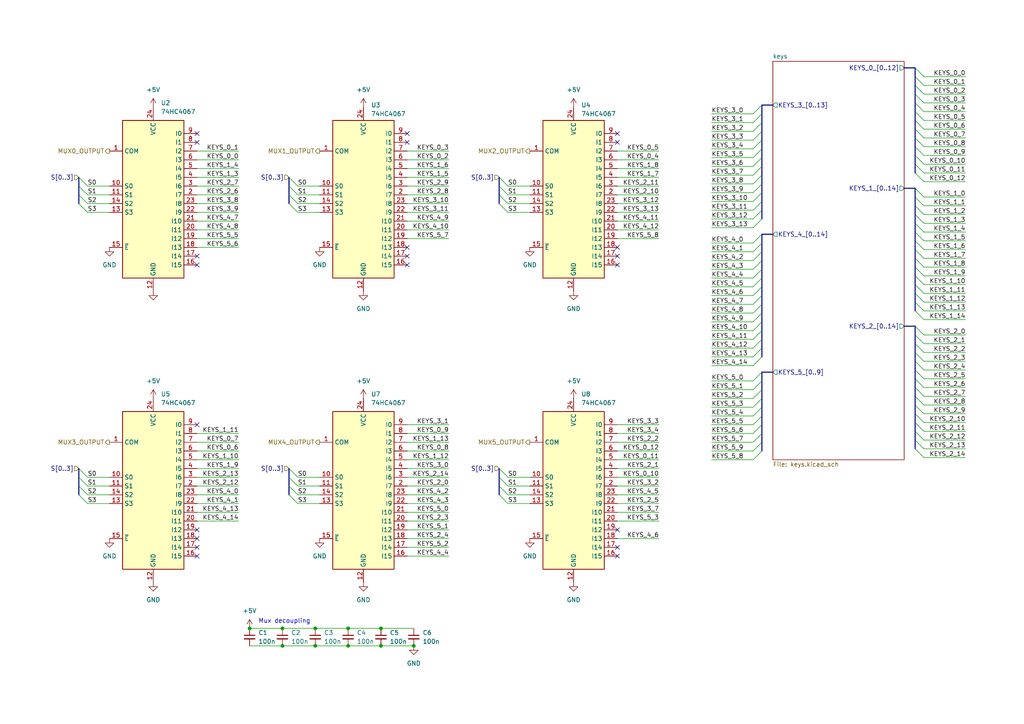
<source format=kicad_sch>
(kicad_sch (version 20230121) (generator eeschema)
  (paper "A4")
  (title_block (title "MoonBoard"))
  (lib_symbols
    (symbol "74xx:CD74HC4067M"
      (property "Reference" "U" (at -8.89 22.86 0))
      (property "Value" "CD74HC4067M" (at 1.27 22.86 0))
      (symbol "CD74HC4067M_0_1"
        (rectangle (start -8.89 21.59) (end 8.89 -24.13) (stroke (width 0.254)) (fill (type background)))
      )
      (symbol "CD74HC4067M_1_1"
        (pin passive line (at -12.7 12.7 0) (length 3.81) (name "COM") (number "1"))
        (pin input line (at -12.7 2.54 0) (length 3.81) (name "S0") (number "10"))
        (pin input line (at -12.7 0 0) (length 3.81) (name "S1") (number "11"))
        (pin power_in line (at 0 -27.94 90) (length 3.81) (name "GND") (number "12"))
        (pin input line (at -12.7 -5.08 0) (length 3.81) (name "S3") (number "13"))
        (pin input line (at -12.7 -2.54 0) (length 3.81) (name "S2") (number "14"))
        (pin input line (at -12.7 -15.24 0) (length 3.81) (name "~{E}") (number "15"))
        (pin passive line (at 12.7 -20.32 180) (length 3.81) (name "I15") (number "16"))
        (pin passive line (at 12.7 -17.78 180) (length 3.81) (name "I14") (number "17"))
        (pin passive line (at 12.7 -15.24 180) (length 3.81) (name "I13") (number "18"))
        (pin passive line (at 12.7 -12.7 180) (length 3.81) (name "I12") (number "19"))
        (pin passive line (at 12.7 0 180) (length 3.81) (name "I7") (number "2"))
        (pin passive line (at 12.7 -10.16 180) (length 3.81) (name "I11") (number "20"))
        (pin passive line (at 12.7 -7.62 180) (length 3.81) (name "I10") (number "21"))
        (pin passive line (at 12.7 -5.08 180) (length 3.81) (name "I9") (number "22"))
        (pin passive line (at 12.7 -2.54 180) (length 3.81) (name "I8") (number "23"))
        (pin power_in line (at 0 25.4 270) (length 3.81) (name "VCC") (number "24"))
        (pin passive line (at 12.7 2.54 180) (length 3.81) (name "I6") (number "3"))
        (pin passive line (at 12.7 5.08 180) (length 3.81) (name "I5") (number "4"))
        (pin passive line (at 12.7 7.62 180) (length 3.81) (name "I4") (number "5"))
        (pin passive line (at 12.7 10.16 180) (length 3.81) (name "I3") (number "6"))
        (pin passive line (at 12.7 12.7 180) (length 3.81) (name "I2") (number "7"))
        (pin passive line (at 12.7 15.24 180) (length 3.81) (name "I1") (number "8"))
        (pin passive line (at 12.7 17.78 180) (length 3.81) (name "I0") (number "9"))
      )
    )
    (symbol "Device:C_Small" (pin_numbers hide) (pin_names (offset 0.254) hide)
      (property "Reference" "C" (at 0.254 1.778 0))
      (property "Value" "C_Small" (at 0.254 -2.032 0))
      (symbol "C_Small_0_1"
        (polyline (pts (xy -1.524 -0.508) (xy 1.524 -0.508)) (stroke (width 0.3302)))
        (polyline (pts (xy -1.524 0.508) (xy 1.524 0.508)) (stroke (width 0.3048)))
      )
      (symbol "C_Small_1_1"
        (pin passive line (at 0 2.54 270) (length 2.032) (name "~") (number "1"))
        (pin passive line (at 0 -2.54 90) (length 2.032) (name "~") (number "2"))
      )
    )
    (symbol "power:+5V" (power) (pin_names (offset 0))
      (property "Value" "+5V" (at 0 3.556 0))
      (symbol "+5V_0_1"
        (polyline (pts (xy -0.762 1.27) (xy 0 2.54)))
        (polyline (pts (xy 0 0) (xy 0 2.54)))
        (polyline (pts (xy 0 2.54) (xy 0.762 1.27)))
      )
      (symbol "+5V_1_1"
        (pin power_in line (at 0 0 90) (length 0) hide (name "+5V") (number "1"))
      )
    )
    (symbol "power:GND" (power) (pin_names (offset 0))
      (property "Value" "GND" (at 0 -3.81 0))
      (symbol "GND_0_1"
        (polyline (pts (xy 0 0) (xy 0 -1.27) (xy 1.27 -1.27) (xy 0 -2.54) (xy -1.27 -1.27) (xy 0 -1.27)))
      )
      (symbol "GND_1_1"
        (pin power_in line (at 0 0 270) (length 0) hide (name "GND") (number "1"))
      )
    )
  )
  (junction (at 110.49 187.325))
  (junction (at 81.915 182.245))
  (junction (at 100.965 187.325))
  (junction (at 81.915 187.325))
  (junction (at 72.39 182.245))
  (junction (at 100.965 182.245))
  (junction (at 110.49 182.245))
  (junction (at 91.44 187.325))
  (junction (at 120.015 187.325))
  (junction (at 91.44 182.245))
  (no_connect (at 57.15 153.67))
  (no_connect (at 57.15 74.295))
  (no_connect (at 118.11 76.835))
  (no_connect (at 179.07 74.295))
  (no_connect (at 57.15 156.21))
  (no_connect (at 57.15 76.835))
  (no_connect (at 118.11 41.275))
  (no_connect (at 57.15 161.29))
  (no_connect (at 179.07 158.75))
  (no_connect (at 118.11 38.735))
  (no_connect (at 57.15 38.735))
  (no_connect (at 179.07 71.755))
  (no_connect (at 118.11 71.755))
  (no_connect (at 179.07 153.67))
  (no_connect (at 179.07 76.835))
  (no_connect (at 57.15 158.75))
  (no_connect (at 99.06 223.52))
  (no_connect (at 57.15 123.19))
  (no_connect (at 179.07 38.735))
  (no_connect (at 57.15 41.275))
  (no_connect (at 179.07 161.29))
  (no_connect (at 179.07 41.275))
  (no_connect (at 118.11 74.295))
  (bus_entry (at 267.97 34.925) (size -2.54 -2.54))
  (bus_entry (at 218.44 60.96) (size 2.54 -2.54))
  (bus_entry (at 218.44 48.26) (size 2.54 -2.54))
  (bus_entry (at 144.78 59.055) (size 2.54 2.54))
  (bus_entry (at 218.44 66.04) (size 2.54 -2.54))
  (bus_entry (at 144.78 143.51) (size 2.54 2.54))
  (bus_entry (at 83.82 143.51) (size 2.54 2.54))
  (bus_entry (at 218.44 43.18) (size 2.54 -2.54))
  (bus_entry (at 22.86 138.43) (size 2.54 2.54))
  (bus_entry (at 267.97 117.475) (size -2.54 -2.54))
  (bus_entry (at 267.97 127.635) (size -2.54 -2.54))
  (bus_entry (at 144.78 135.89) (size 2.54 2.54))
  (bus_entry (at 267.97 87.63) (size -2.54 -2.54))
  (bus_entry (at 267.97 82.55) (size -2.54 -2.54))
  (bus_entry (at 218.44 98.425) (size 2.54 -2.54))
  (bus_entry (at 267.97 122.555) (size -2.54 -2.54))
  (bus_entry (at 22.86 140.97) (size 2.54 2.54))
  (bus_entry (at 218.44 80.645) (size 2.54 -2.54))
  (bus_entry (at 267.97 99.695) (size -2.54 -2.54))
  (bus_entry (at 267.97 114.935) (size -2.54 -2.54))
  (bus_entry (at 83.82 135.89) (size 2.54 2.54))
  (bus_entry (at 267.97 64.77) (size -2.54 -2.54))
  (bus_entry (at 267.97 59.69) (size -2.54 -2.54))
  (bus_entry (at 144.78 138.43) (size 2.54 2.54))
  (bus_entry (at 83.82 56.515) (size 2.54 2.54))
  (bus_entry (at 218.44 93.345) (size 2.54 -2.54))
  (bus_entry (at 218.44 115.57) (size 2.54 -2.54))
  (bus_entry (at 267.97 107.315) (size -2.54 -2.54))
  (bus_entry (at 267.97 97.155) (size -2.54 -2.54))
  (bus_entry (at 218.44 133.35) (size 2.54 -2.54))
  (bus_entry (at 218.44 120.65) (size 2.54 -2.54))
  (bus_entry (at 267.97 40.005) (size -2.54 -2.54))
  (bus_entry (at 218.44 83.185) (size 2.54 -2.54))
  (bus_entry (at 144.78 140.97) (size 2.54 2.54))
  (bus_entry (at 267.97 24.765) (size -2.54 -2.54))
  (bus_entry (at 218.44 58.42) (size 2.54 -2.54))
  (bus_entry (at 22.86 59.055) (size 2.54 2.54))
  (bus_entry (at 267.97 125.095) (size -2.54 -2.54))
  (bus_entry (at 218.44 113.03) (size 2.54 -2.54))
  (bus_entry (at 267.97 109.855) (size -2.54 -2.54))
  (bus_entry (at 218.44 85.725) (size 2.54 -2.54))
  (bus_entry (at 267.97 32.385) (size -2.54 -2.54))
  (bus_entry (at 267.97 102.235) (size -2.54 -2.54))
  (bus_entry (at 83.82 138.43) (size 2.54 2.54))
  (bus_entry (at 218.44 73.025) (size 2.54 -2.54))
  (bus_entry (at 22.86 143.51) (size 2.54 2.54))
  (bus_entry (at 22.86 53.975) (size 2.54 2.54))
  (bus_entry (at 83.82 53.975) (size 2.54 2.54))
  (bus_entry (at 267.97 104.775) (size -2.54 -2.54))
  (bus_entry (at 267.97 130.175) (size -2.54 -2.54))
  (bus_entry (at 218.44 130.81) (size 2.54 -2.54))
  (bus_entry (at 22.86 51.435) (size 2.54 2.54))
  (bus_entry (at 267.97 77.47) (size -2.54 -2.54))
  (bus_entry (at 267.97 22.225) (size -2.54 -2.54))
  (bus_entry (at 218.44 88.265) (size 2.54 -2.54))
  (bus_entry (at 267.97 62.23) (size -2.54 -2.54))
  (bus_entry (at 218.44 110.49) (size 2.54 -2.54))
  (bus_entry (at 218.44 128.27) (size 2.54 -2.54))
  (bus_entry (at 267.97 112.395) (size -2.54 -2.54))
  (bus_entry (at 218.44 53.34) (size 2.54 -2.54))
  (bus_entry (at 267.97 50.165) (size -2.54 -2.54))
  (bus_entry (at 267.97 57.15) (size -2.54 -2.54))
  (bus_entry (at 267.97 37.465) (size -2.54 -2.54))
  (bus_entry (at 267.97 27.305) (size -2.54 -2.54))
  (bus_entry (at 83.82 140.97) (size 2.54 2.54))
  (bus_entry (at 218.44 78.105) (size 2.54 -2.54))
  (bus_entry (at 218.44 95.885) (size 2.54 -2.54))
  (bus_entry (at 218.44 70.485) (size 2.54 -2.54))
  (bus_entry (at 267.97 90.17) (size -2.54 -2.54))
  (bus_entry (at 144.78 56.515) (size 2.54 2.54))
  (bus_entry (at 144.78 51.435) (size 2.54 2.54))
  (bus_entry (at 267.97 72.39) (size -2.54 -2.54))
  (bus_entry (at 218.44 100.965) (size 2.54 -2.54))
  (bus_entry (at 267.97 85.09) (size -2.54 -2.54))
  (bus_entry (at 218.44 90.805) (size 2.54 -2.54))
  (bus_entry (at 267.97 74.93) (size -2.54 -2.54))
  (bus_entry (at 267.97 67.31) (size -2.54 -2.54))
  (bus_entry (at 83.82 59.055) (size 2.54 2.54))
  (bus_entry (at 218.44 75.565) (size 2.54 -2.54))
  (bus_entry (at 218.44 38.1) (size 2.54 -2.54))
  (bus_entry (at 218.44 55.88) (size 2.54 -2.54))
  (bus_entry (at 218.44 103.505) (size 2.54 -2.54))
  (bus_entry (at 218.44 35.56) (size 2.54 -2.54))
  (bus_entry (at 218.44 33.02) (size 2.54 -2.54))
  (bus_entry (at 267.97 80.01) (size -2.54 -2.54))
  (bus_entry (at 267.97 69.85) (size -2.54 -2.54))
  (bus_entry (at 218.44 63.5) (size 2.54 -2.54))
  (bus_entry (at 267.97 120.015) (size -2.54 -2.54))
  (bus_entry (at 22.86 135.89) (size 2.54 2.54))
  (bus_entry (at 218.44 50.8) (size 2.54 -2.54))
  (bus_entry (at 218.44 123.19) (size 2.54 -2.54))
  (bus_entry (at 218.44 125.73) (size 2.54 -2.54))
  (bus_entry (at 267.97 45.085) (size -2.54 -2.54))
  (bus_entry (at 267.97 47.625) (size -2.54 -2.54))
  (bus_entry (at 267.97 52.705) (size -2.54 -2.54))
  (bus_entry (at 267.97 29.845) (size -2.54 -2.54))
  (bus_entry (at 267.97 92.71) (size -2.54 -2.54))
  (bus_entry (at 218.44 40.64) (size 2.54 -2.54))
  (bus_entry (at 218.44 45.72) (size 2.54 -2.54))
  (bus_entry (at 267.97 132.715) (size -2.54 -2.54))
  (bus_entry (at 218.44 118.11) (size 2.54 -2.54))
  (bus_entry (at 267.97 42.545) (size -2.54 -2.54))
  (bus_entry (at 218.44 106.045) (size 2.54 -2.54))
  (bus_entry (at 83.82 51.435) (size 2.54 2.54))
  (bus_entry (at 144.78 53.975) (size 2.54 2.54))
  (bus_entry (at 22.86 56.515) (size 2.54 2.54))
  (wire (pts (xy 57.15 146.05) (xy 69.215 146.05)))
  (bus (pts (xy 220.98 40.64) (xy 220.98 43.18)))
  (bus (pts (xy 220.98 90.805) (xy 220.98 93.345)))
  (bus (pts (xy 262.255 54.61) (xy 265.43 54.61)))
  (bus (pts (xy 265.43 122.555) (xy 265.43 125.095)))
  (wire (pts (xy 86.36 53.975) (xy 92.71 53.975)))
  (wire (pts (xy 218.44 45.72) (xy 206.375 45.72)))
  (wire (pts (xy 57.15 53.975) (xy 69.215 53.975)))
  (wire (pts (xy 118.11 53.975) (xy 130.175 53.975)))
  (wire (pts (xy 57.15 48.895) (xy 69.215 48.895)))
  (wire (pts (xy 191.135 130.81) (xy 179.07 130.81)))
  (wire (pts (xy 218.44 103.505) (xy 206.375 103.505)))
  (bus (pts (xy 265.43 34.925) (xy 265.43 37.465)))
  (wire (pts (xy 118.11 161.29) (xy 130.175 161.29)))
  (wire (pts (xy 25.4 143.51) (xy 31.75 143.51)))
  (wire (pts (xy 267.97 85.09) (xy 280.035 85.09)))
  (bus (pts (xy 220.98 43.18) (xy 220.98 45.72)))
  (wire (pts (xy 130.175 69.215) (xy 118.11 69.215)))
  (wire (pts (xy 191.135 53.975) (xy 179.07 53.975)))
  (wire (pts (xy 218.44 60.96) (xy 206.375 60.96)))
  (wire (pts (xy 218.44 83.185) (xy 206.375 83.185)))
  (bus (pts (xy 220.98 67.945) (xy 224.155 67.945)))
  (wire (pts (xy 147.32 140.97) (xy 153.67 140.97)))
  (bus (pts (xy 22.86 140.97) (xy 22.86 143.51)))
  (wire (pts (xy 147.32 53.975) (xy 153.67 53.975)))
  (bus (pts (xy 220.98 53.34) (xy 220.98 55.88)))
  (wire (pts (xy 267.97 50.165) (xy 280.035 50.165)))
  (bus (pts (xy 220.98 48.26) (xy 220.98 50.8)))
  (wire (pts (xy 267.97 74.93) (xy 280.035 74.93)))
  (bus (pts (xy 220.98 120.65) (xy 220.98 123.19)))
  (bus (pts (xy 265.43 87.63) (xy 265.43 90.17)))
  (wire (pts (xy 69.215 61.595) (xy 57.15 61.595)))
  (wire (pts (xy 69.215 69.215) (xy 57.15 69.215)))
  (wire (pts (xy 218.44 95.885) (xy 206.375 95.885)))
  (wire (pts (xy 118.11 153.67) (xy 130.175 153.67)))
  (wire (pts (xy 267.97 42.545) (xy 280.035 42.545)))
  (bus (pts (xy 265.43 59.69) (xy 265.43 62.23)))
  (wire (pts (xy 72.39 182.245) (xy 81.915 182.245)))
  (wire (pts (xy 57.15 140.97) (xy 69.215 140.97)))
  (bus (pts (xy 144.78 140.97) (xy 144.78 143.51)))
  (wire (pts (xy 218.44 43.18) (xy 206.375 43.18)))
  (wire (pts (xy 179.07 64.135) (xy 191.135 64.135)))
  (bus (pts (xy 144.78 138.43) (xy 144.78 140.97)))
  (wire (pts (xy 86.36 61.595) (xy 92.71 61.595)))
  (wire (pts (xy 25.4 146.05) (xy 31.75 146.05)))
  (wire (pts (xy 147.32 59.055) (xy 153.67 59.055)))
  (wire (pts (xy 118.11 48.895) (xy 130.175 48.895)))
  (wire (pts (xy 179.07 148.59) (xy 191.135 148.59)))
  (wire (pts (xy 86.36 59.055) (xy 92.71 59.055)))
  (bus (pts (xy 265.43 80.01) (xy 265.43 82.55)))
  (wire (pts (xy 118.11 130.81) (xy 130.175 130.81)))
  (wire (pts (xy 280.035 57.15) (xy 267.97 57.15)))
  (wire (pts (xy 267.97 52.705) (xy 280.035 52.705)))
  (wire (pts (xy 218.44 93.345) (xy 206.375 93.345)))
  (wire (pts (xy 280.035 59.69) (xy 267.97 59.69)))
  (wire (pts (xy 280.035 34.925) (xy 267.97 34.925)))
  (wire (pts (xy 118.11 143.51) (xy 130.175 143.51)))
  (wire (pts (xy 218.44 88.265) (xy 206.375 88.265)))
  (wire (pts (xy 81.915 187.325) (xy 91.44 187.325)))
  (bus (pts (xy 220.98 93.345) (xy 220.98 95.885)))
  (wire (pts (xy 110.49 182.245) (xy 120.015 182.245)))
  (wire (pts (xy 118.11 158.75) (xy 130.175 158.75)))
  (bus (pts (xy 22.86 51.435) (xy 22.86 53.975)))
  (bus (pts (xy 220.98 125.73) (xy 220.98 128.27)))
  (bus (pts (xy 265.43 127.635) (xy 265.43 130.175)))
  (wire (pts (xy 218.44 66.04) (xy 206.375 66.04)))
  (wire (pts (xy 191.135 146.05) (xy 179.07 146.05)))
  (bus (pts (xy 265.43 22.225) (xy 265.43 24.765)))
  (wire (pts (xy 57.15 51.435) (xy 69.215 51.435)))
  (wire (pts (xy 267.97 114.935) (xy 280.035 114.935)))
  (wire (pts (xy 218.44 133.35) (xy 206.375 133.35)))
  (wire (pts (xy 267.97 82.55) (xy 280.035 82.55)))
  (bus (pts (xy 22.86 53.975) (xy 22.86 56.515)))
  (wire (pts (xy 57.15 138.43) (xy 69.215 138.43)))
  (wire (pts (xy 267.97 120.015) (xy 280.035 120.015)))
  (wire (pts (xy 191.135 51.435) (xy 179.07 51.435)))
  (wire (pts (xy 130.175 61.595) (xy 118.11 61.595)))
  (wire (pts (xy 267.97 32.385) (xy 280.035 32.385)))
  (wire (pts (xy 218.44 118.11) (xy 206.375 118.11)))
  (wire (pts (xy 118.11 125.73) (xy 130.175 125.73)))
  (wire (pts (xy 267.97 130.175) (xy 280.035 130.175)))
  (wire (pts (xy 218.44 48.26) (xy 206.375 48.26)))
  (wire (pts (xy 25.4 56.515) (xy 31.75 56.515)))
  (wire (pts (xy 218.44 98.425) (xy 206.375 98.425)))
  (wire (pts (xy 118.11 140.97) (xy 130.175 140.97)))
  (wire (pts (xy 218.44 85.725) (xy 206.375 85.725)))
  (wire (pts (xy 86.36 140.97) (xy 92.71 140.97)))
  (wire (pts (xy 179.07 140.97) (xy 191.135 140.97)))
  (bus (pts (xy 262.255 94.615) (xy 265.43 94.615)))
  (wire (pts (xy 267.97 69.85) (xy 280.035 69.85)))
  (wire (pts (xy 25.4 59.055) (xy 31.75 59.055)))
  (wire (pts (xy 25.4 140.97) (xy 31.75 140.97)))
  (wire (pts (xy 206.375 110.49) (xy 218.44 110.49)))
  (wire (pts (xy 179.07 143.51) (xy 191.135 143.51)))
  (wire (pts (xy 267.97 122.555) (xy 280.035 122.555)))
  (bus (pts (xy 220.98 123.19) (xy 220.98 125.73)))
  (wire (pts (xy 191.135 46.355) (xy 179.07 46.355)))
  (bus (pts (xy 220.98 98.425) (xy 220.98 100.965)))
  (bus (pts (xy 265.43 19.685) (xy 265.43 22.225)))
  (bus (pts (xy 265.43 74.93) (xy 265.43 77.47)))
  (bus (pts (xy 220.98 110.49) (xy 220.98 113.03)))
  (wire (pts (xy 267.97 104.775) (xy 280.035 104.775)))
  (bus (pts (xy 83.82 51.435) (xy 83.82 53.975)))
  (wire (pts (xy 81.915 182.245) (xy 91.44 182.245)))
  (wire (pts (xy 206.375 113.03) (xy 218.44 113.03)))
  (bus (pts (xy 265.43 69.85) (xy 265.43 72.39)))
  (wire (pts (xy 218.44 106.045) (xy 206.375 106.045)))
  (wire (pts (xy 206.375 33.02) (xy 218.44 33.02)))
  (wire (pts (xy 130.175 123.19) (xy 118.11 123.19)))
  (wire (pts (xy 218.44 128.27) (xy 206.375 128.27)))
  (bus (pts (xy 265.43 97.155) (xy 265.43 99.695)))
  (wire (pts (xy 267.97 112.395) (xy 280.035 112.395)))
  (wire (pts (xy 86.36 143.51) (xy 92.71 143.51)))
  (bus (pts (xy 265.43 45.085) (xy 265.43 47.625)))
  (bus (pts (xy 220.98 67.945) (xy 220.98 70.485)))
  (bus (pts (xy 83.82 56.515) (xy 83.82 59.055)))
  (bus (pts (xy 83.82 140.97) (xy 83.82 143.51)))
  (bus (pts (xy 22.86 56.515) (xy 22.86 59.055)))
  (wire (pts (xy 218.44 123.19) (xy 206.375 123.19)))
  (wire (pts (xy 25.4 53.975) (xy 31.75 53.975)))
  (wire (pts (xy 130.175 135.89) (xy 118.11 135.89)))
  (bus (pts (xy 220.98 33.02) (xy 220.98 35.56)))
  (wire (pts (xy 267.97 72.39) (xy 280.035 72.39)))
  (bus (pts (xy 220.98 88.265) (xy 220.98 90.805)))
  (wire (pts (xy 280.035 97.155) (xy 267.97 97.155)))
  (wire (pts (xy 130.175 66.675) (xy 118.11 66.675)))
  (wire (pts (xy 206.375 35.56) (xy 218.44 35.56)))
  (wire (pts (xy 130.175 46.355) (xy 118.11 46.355)))
  (bus (pts (xy 265.43 42.545) (xy 265.43 45.085)))
  (wire (pts (xy 267.97 125.095) (xy 280.035 125.095)))
  (wire (pts (xy 179.07 66.675) (xy 191.135 66.675)))
  (bus (pts (xy 144.78 53.975) (xy 144.78 56.515)))
  (wire (pts (xy 147.32 143.51) (xy 153.67 143.51)))
  (wire (pts (xy 280.035 22.225) (xy 267.97 22.225)))
  (wire (pts (xy 267.97 37.465) (xy 280.035 37.465)))
  (bus (pts (xy 262.255 19.685) (xy 265.43 19.685)))
  (wire (pts (xy 191.135 138.43) (xy 179.07 138.43)))
  (wire (pts (xy 91.44 182.245) (xy 100.965 182.245)))
  (bus (pts (xy 144.78 56.515) (xy 144.78 59.055)))
  (wire (pts (xy 69.215 43.815) (xy 57.15 43.815)))
  (bus (pts (xy 83.82 135.89) (xy 83.82 138.43)))
  (wire (pts (xy 218.44 80.645) (xy 206.375 80.645)))
  (wire (pts (xy 69.215 71.755) (xy 57.15 71.755)))
  (bus (pts (xy 220.98 80.645) (xy 220.98 83.185)))
  (wire (pts (xy 267.97 132.715) (xy 280.035 132.715)))
  (wire (pts (xy 206.375 70.485) (xy 218.44 70.485)))
  (bus (pts (xy 265.43 64.77) (xy 265.43 67.31)))
  (bus (pts (xy 220.98 45.72) (xy 220.98 48.26)))
  (wire (pts (xy 100.965 182.245) (xy 110.49 182.245)))
  (wire (pts (xy 25.4 61.595) (xy 31.75 61.595)))
  (wire (pts (xy 91.44 187.325) (xy 100.965 187.325)))
  (wire (pts (xy 118.11 138.43) (xy 130.175 138.43)))
  (wire (pts (xy 191.135 48.895) (xy 179.07 48.895)))
  (wire (pts (xy 191.135 43.815) (xy 179.07 43.815)))
  (bus (pts (xy 265.43 102.235) (xy 265.43 104.775)))
  (bus (pts (xy 265.43 114.935) (xy 265.43 117.475)))
  (bus (pts (xy 220.98 83.185) (xy 220.98 85.725)))
  (wire (pts (xy 191.135 56.515) (xy 179.07 56.515)))
  (wire (pts (xy 267.97 45.085) (xy 280.035 45.085)))
  (wire (pts (xy 118.11 156.21) (xy 130.175 156.21)))
  (bus (pts (xy 265.43 47.625) (xy 265.43 50.165)))
  (bus (pts (xy 265.43 72.39) (xy 265.43 74.93)))
  (wire (pts (xy 179.07 61.595) (xy 191.135 61.595)))
  (wire (pts (xy 206.375 38.1) (xy 218.44 38.1)))
  (bus (pts (xy 265.43 54.61) (xy 265.43 57.15)))
  (bus (pts (xy 144.78 135.89) (xy 144.78 138.43)))
  (wire (pts (xy 267.97 47.625) (xy 280.035 47.625)))
  (wire (pts (xy 57.15 128.27) (xy 69.215 128.27)))
  (wire (pts (xy 25.4 138.43) (xy 31.75 138.43)))
  (bus (pts (xy 83.82 53.975) (xy 83.82 56.515)))
  (bus (pts (xy 220.98 30.48) (xy 220.98 33.02)))
  (bus (pts (xy 220.98 115.57) (xy 220.98 118.11)))
  (bus (pts (xy 220.98 55.88) (xy 220.98 58.42)))
  (wire (pts (xy 147.32 56.515) (xy 153.67 56.515)))
  (bus (pts (xy 265.43 27.305) (xy 265.43 29.845)))
  (wire (pts (xy 267.97 64.77) (xy 280.035 64.77)))
  (wire (pts (xy 57.15 151.13) (xy 69.215 151.13)))
  (wire (pts (xy 86.36 56.515) (xy 92.71 56.515)))
  (wire (pts (xy 267.97 92.71) (xy 280.035 92.71)))
  (wire (pts (xy 118.11 56.515) (xy 130.175 56.515)))
  (wire (pts (xy 280.035 24.765) (xy 267.97 24.765)))
  (wire (pts (xy 267.97 127.635) (xy 280.035 127.635)))
  (bus (pts (xy 220.98 118.11) (xy 220.98 120.65)))
  (bus (pts (xy 220.98 38.1) (xy 220.98 40.64)))
  (bus (pts (xy 265.43 117.475) (xy 265.43 120.015)))
  (wire (pts (xy 267.97 40.005) (xy 280.035 40.005)))
  (wire (pts (xy 57.15 56.515) (xy 69.215 56.515)))
  (bus (pts (xy 265.43 40.005) (xy 265.43 42.545)))
  (wire (pts (xy 191.135 123.19) (xy 179.07 123.19)))
  (bus (pts (xy 220.98 100.965) (xy 220.98 103.505)))
  (wire (pts (xy 218.44 78.105) (xy 206.375 78.105)))
  (wire (pts (xy 100.965 187.325) (xy 110.49 187.325)))
  (wire (pts (xy 130.175 64.135) (xy 118.11 64.135)))
  (wire (pts (xy 118.11 148.59) (xy 130.175 148.59)))
  (wire (pts (xy 267.97 90.17) (xy 280.035 90.17)))
  (bus (pts (xy 220.98 95.885) (xy 220.98 98.425)))
  (wire (pts (xy 280.035 27.305) (xy 267.97 27.305)))
  (wire (pts (xy 179.07 135.89) (xy 191.135 135.89)))
  (wire (pts (xy 191.135 128.27) (xy 179.07 128.27)))
  (bus (pts (xy 220.98 85.725) (xy 220.98 88.265)))
  (wire (pts (xy 57.15 148.59) (xy 69.215 148.59)))
  (bus (pts (xy 265.43 37.465) (xy 265.43 40.005)))
  (bus (pts (xy 220.98 107.95) (xy 220.98 110.49)))
  (bus (pts (xy 265.43 94.615) (xy 265.43 97.155)))
  (bus (pts (xy 22.86 138.43) (xy 22.86 140.97)))
  (bus (pts (xy 265.43 125.095) (xy 265.43 127.635)))
  (wire (pts (xy 206.375 115.57) (xy 218.44 115.57)))
  (wire (pts (xy 206.375 75.565) (xy 218.44 75.565)))
  (wire (pts (xy 118.11 146.05) (xy 130.175 146.05)))
  (wire (pts (xy 267.97 109.855) (xy 280.035 109.855)))
  (bus (pts (xy 265.43 24.765) (xy 265.43 27.305)))
  (wire (pts (xy 69.215 135.89) (xy 57.15 135.89)))
  (bus (pts (xy 265.43 99.695) (xy 265.43 102.235)))
  (bus (pts (xy 265.43 29.845) (xy 265.43 32.385)))
  (wire (pts (xy 57.15 130.81) (xy 69.215 130.81)))
  (wire (pts (xy 267.97 87.63) (xy 280.035 87.63)))
  (wire (pts (xy 267.97 29.845) (xy 280.035 29.845)))
  (wire (pts (xy 267.97 117.475) (xy 280.035 117.475)))
  (wire (pts (xy 218.44 125.73) (xy 206.375 125.73)))
  (wire (pts (xy 218.44 53.34) (xy 206.375 53.34)))
  (bus (pts (xy 265.43 77.47) (xy 265.43 80.01)))
  (wire (pts (xy 218.44 63.5) (xy 206.375 63.5)))
  (bus (pts (xy 220.98 75.565) (xy 220.98 78.105)))
  (wire (pts (xy 179.07 151.13) (xy 191.135 151.13)))
  (wire (pts (xy 267.97 77.47) (xy 280.035 77.47)))
  (wire (pts (xy 218.44 120.65) (xy 206.375 120.65)))
  (bus (pts (xy 83.82 138.43) (xy 83.82 140.97)))
  (wire (pts (xy 179.07 59.055) (xy 191.135 59.055)))
  (wire (pts (xy 280.035 102.235) (xy 267.97 102.235)))
  (wire (pts (xy 118.11 43.815) (xy 130.175 43.815)))
  (bus (pts (xy 265.43 120.015) (xy 265.43 122.555)))
  (wire (pts (xy 147.32 138.43) (xy 153.67 138.43)))
  (bus (pts (xy 220.98 70.485) (xy 220.98 73.025)))
  (wire (pts (xy 206.375 73.025) (xy 218.44 73.025)))
  (bus (pts (xy 265.43 57.15) (xy 265.43 59.69)))
  (bus (pts (xy 22.86 135.89) (xy 22.86 138.43)))
  (bus (pts (xy 220.98 50.8) (xy 220.98 53.34)))
  (bus (pts (xy 220.98 107.95) (xy 224.155 107.95)))
  (bus (pts (xy 220.98 58.42) (xy 220.98 60.96)))
  (bus (pts (xy 220.98 128.27) (xy 220.98 130.81)))
  (wire (pts (xy 218.44 100.965) (xy 206.375 100.965)))
  (wire (pts (xy 69.215 66.675) (xy 57.15 66.675)))
  (bus (pts (xy 265.43 85.09) (xy 265.43 87.63)))
  (wire (pts (xy 267.97 67.31) (xy 280.035 67.31)))
  (bus (pts (xy 144.78 51.435) (xy 144.78 53.975)))
  (bus (pts (xy 265.43 109.855) (xy 265.43 112.395)))
  (bus (pts (xy 265.43 62.23) (xy 265.43 64.77)))
  (wire (pts (xy 69.215 46.355) (xy 57.15 46.355)))
  (bus (pts (xy 265.43 82.55) (xy 265.43 85.09)))
  (wire (pts (xy 147.32 146.05) (xy 153.67 146.05)))
  (bus (pts (xy 220.98 73.025) (xy 220.98 75.565)))
  (wire (pts (xy 179.07 69.215) (xy 191.135 69.215)))
  (wire (pts (xy 267.97 80.01) (xy 280.035 80.01)))
  (wire (pts (xy 218.44 90.805) (xy 206.375 90.805)))
  (wire (pts (xy 191.135 125.73) (xy 179.07 125.73)))
  (bus (pts (xy 220.98 113.03) (xy 220.98 115.57)))
  (bus (pts (xy 220.98 78.105) (xy 220.98 80.645)))
  (wire (pts (xy 218.44 40.64) (xy 206.375 40.64)))
  (bus (pts (xy 265.43 104.775) (xy 265.43 107.315)))
  (wire (pts (xy 280.035 99.695) (xy 267.97 99.695)))
  (bus (pts (xy 220.98 35.56) (xy 220.98 38.1)))
  (wire (pts (xy 72.39 187.325) (xy 81.915 187.325)))
  (wire (pts (xy 86.36 138.43) (xy 92.71 138.43)))
  (bus (pts (xy 220.98 60.96) (xy 220.98 63.5)))
  (wire (pts (xy 69.215 64.135) (xy 57.15 64.135)))
  (wire (pts (xy 69.215 133.35) (xy 57.15 133.35)))
  (wire (pts (xy 280.035 62.23) (xy 267.97 62.23)))
  (bus (pts (xy 265.43 112.395) (xy 265.43 114.935)))
  (wire (pts (xy 191.135 156.21) (xy 179.07 156.21)))
  (wire (pts (xy 218.44 50.8) (xy 206.375 50.8)))
  (bus (pts (xy 265.43 107.315) (xy 265.43 109.855)))
  (wire (pts (xy 118.11 128.27) (xy 130.175 128.27)))
  (wire (pts (xy 69.215 59.055) (xy 57.15 59.055)))
  (wire (pts (xy 57.15 125.73) (xy 69.215 125.73)))
  (bus (pts (xy 265.43 32.385) (xy 265.43 34.925)))
  (wire (pts (xy 110.49 187.325) (xy 120.015 187.325)))
  (bus (pts (xy 220.98 30.48) (xy 224.155 30.48)))
  (wire (pts (xy 218.44 58.42) (xy 206.375 58.42)))
  (wire (pts (xy 218.44 130.81) (xy 206.375 130.81)))
  (wire (pts (xy 147.32 61.595) (xy 153.67 61.595)))
  (wire (pts (xy 218.44 55.88) (xy 206.375 55.88)))
  (bus (pts (xy 265.43 67.31) (xy 265.43 69.85)))
  (wire (pts (xy 118.11 51.435) (xy 130.175 51.435)))
  (wire (pts (xy 191.135 133.35) (xy 179.07 133.35)))
  (wire (pts (xy 57.15 143.51) (xy 69.215 143.51)))
  (wire (pts (xy 118.11 133.35) (xy 130.175 133.35)))
  (wire (pts (xy 130.175 59.055) (xy 118.11 59.055)))
  (wire (pts (xy 267.97 107.315) (xy 280.035 107.315)))
  (wire (pts (xy 118.11 151.13) (xy 130.175 151.13)))
  (wire (pts (xy 86.36 146.05) (xy 92.71 146.05)))
  (text "Mux decoupling" (at 74.93 180.975 0) (effects (font (size 1.27 1.27)) (justify left bottom)))
  (label "KEYS_5_8" (at 206.375 133.35 0))
  (label "KEYS_0_8" (at 280.035 42.545 180))
  (label "KEYS_3_4" (at 206.375 43.18 0))
  (label "KEYS_3_1" (at 206.375 35.56 0))
  (label "KEYS_3_7" (at 191.135 148.59 180))
  (label "KEYS_5_0" (at 206.375 110.49 0))
  (label "KEYS_1_4" (at 69.215 48.895 180))
  (label "KEYS_5_9" (at 206.375 130.81 0))
  (label "KEYS_2_7" (at 280.035 114.935 180))
  (label "KEYS_0_7" (at 280.035 40.005 180))
  (label "KEYS_2_10" (at 191.135 56.515 180))
  (label "KEYS_4_10" (at 206.375 95.885 0))
  (label "KEYS_3_13" (at 206.375 66.04 0))
  (label "S0" (at 25.4 53.975 0))
  (label "KEYS_4_14" (at 69.215 151.13 180))
  (label "KEYS_4_12" (at 191.135 66.675 180))
  (label "KEYS_3_1" (at 130.175 123.19 180))
  (label "KEYS_0_10" (at 191.135 138.43 180))
  (label "KEYS_0_5" (at 191.135 43.815 180))
  (label "KEYS_3_9" (at 69.215 61.595 180))
  (label "KEYS_0_2" (at 280.035 27.305 180))
  (label "S3" (at 147.32 146.05 0))
  (label "KEYS_0_9" (at 280.035 45.085 180))
  (label "KEYS_0_10" (at 280.035 47.625 180))
  (label "S0" (at 147.32 53.975 0))
  (label "KEYS_4_2" (at 130.175 143.51 180))
  (label "KEYS_2_13" (at 69.215 138.43 180))
  (label "KEYS_5_5" (at 69.215 69.215 180))
  (label "KEYS_3_10" (at 130.175 59.055 180))
  (label "KEYS_3_4" (at 191.135 125.73 180))
  (label "KEYS_4_9" (at 130.175 64.135 180))
  (label "KEYS_0_6" (at 69.215 130.81 180))
  (label "KEYS_2_0" (at 130.175 140.97 180))
  (label "KEYS_2_11" (at 191.135 53.975 180))
  (label "KEYS_0_12" (at 280.035 52.705 180))
  (label "S1" (at 25.4 56.515 0))
  (label "KEYS_2_14" (at 130.175 138.43 180))
  (label "KEYS_5_3" (at 206.375 118.11 0))
  (label "KEYS_3_2" (at 206.375 38.1 0))
  (label "KEYS_1_5" (at 130.175 51.435 180))
  (label "KEYS_4_1" (at 206.375 73.025 0))
  (label "KEYS_1_7" (at 280.035 74.93 180))
  (label "KEYS_3_0" (at 206.375 33.02 0))
  (label "S3" (at 25.4 61.595 0))
  (label "KEYS_5_6" (at 69.215 71.755 180))
  (label "KEYS_2_12" (at 280.035 127.635 180))
  (label "KEYS_1_4" (at 280.035 67.31 180))
  (label "KEYS_0_8" (at 130.175 130.81 180))
  (label "KEYS_3_7" (at 206.375 50.8 0))
  (label "KEYS_5_0" (at 130.175 148.59 180))
  (label "KEYS_3_11" (at 130.175 61.595 180))
  (label "KEYS_4_3" (at 206.375 78.105 0))
  (label "KEYS_4_2" (at 206.375 75.565 0))
  (label "KEYS_4_8" (at 206.375 90.805 0))
  (label "KEYS_4_4" (at 206.375 80.645 0))
  (label "S2" (at 147.32 143.51 0))
  (label "KEYS_1_6" (at 130.175 48.895 180))
  (label "KEYS_2_11" (at 280.035 125.095 180))
  (label "KEYS_3_5" (at 206.375 45.72 0))
  (label "KEYS_4_6" (at 206.375 85.725 0))
  (label "KEYS_2_3" (at 280.035 104.775 180))
  (label "S2" (at 25.4 143.51 0))
  (label "S1" (at 86.36 56.515 0))
  (label "KEYS_4_0" (at 69.215 143.51 180))
  (label "S3" (at 25.4 146.05 0))
  (label "KEYS_1_10" (at 69.215 133.35 180))
  (label "S1" (at 147.32 56.515 0))
  (label "KEYS_2_14" (at 280.035 132.715 180))
  (label "KEYS_4_11" (at 191.135 64.135 180))
  (label "S0" (at 86.36 138.43 0))
  (label "KEYS_0_4" (at 280.035 32.385 180))
  (label "KEYS_1_12" (at 130.175 133.35 180))
  (label "KEYS_1_7" (at 191.135 51.435 180))
  (label "KEYS_0_7" (at 69.215 128.27 180))
  (label "KEYS_3_11" (at 206.375 60.96 0))
  (label "S1" (at 86.36 140.97 0))
  (label "KEYS_3_0" (at 130.175 135.89 180))
  (label "KEYS_4_5" (at 191.135 143.51 180))
  (label "KEYS_3_9" (at 206.375 55.88 0))
  (label "KEYS_0_0" (at 280.035 22.225 180))
  (label "KEYS_5_2" (at 130.175 158.75 180))
  (label "KEYS_5_2" (at 206.375 115.57 0))
  (label "KEYS_4_7" (at 69.215 64.135 180))
  (label "KEYS_2_5" (at 280.035 109.855 180))
  (label "KEYS_4_7" (at 206.375 88.265 0))
  (label "KEYS_1_3" (at 280.035 64.77 180))
  (label "KEYS_5_8" (at 191.135 69.215 180))
  (label "KEYS_2_12" (at 69.215 140.97 180))
  (label "KEYS_1_6" (at 280.035 72.39 180))
  (label "KEYS_4_13" (at 69.215 148.59 180))
  (label "KEYS_3_2" (at 191.135 140.97 180))
  (label "KEYS_2_0" (at 280.035 97.155 180))
  (label "KEYS_1_10" (at 280.035 82.55 180))
  (label "KEYS_0_0" (at 69.215 46.355 180))
  (label "KEYS_2_9" (at 280.035 120.015 180))
  (label "KEYS_4_14" (at 206.375 106.045 0))
  (label "KEYS_2_13" (at 280.035 130.175 180))
  (label "KEYS_1_8" (at 280.035 77.47 180))
  (label "KEYS_0_4" (at 191.135 46.355 180))
  (label "KEYS_5_6" (at 206.375 125.73 0))
  (label "KEYS_3_13" (at 191.135 61.595 180))
  (label "KEYS_2_8" (at 280.035 117.475 180))
  (label "KEYS_5_5" (at 206.375 123.19 0))
  (label "KEYS_1_9" (at 69.215 135.89 180))
  (label "KEYS_4_5" (at 206.375 83.185 0))
  (label "KEYS_3_12" (at 206.375 63.5 0))
  (label "S1" (at 147.32 140.97 0))
  (label "KEYS_2_9" (at 130.175 53.975 180))
  (label "KEYS_4_10" (at 130.175 66.675 180))
  (label "KEYS_4_9" (at 206.375 93.345 0))
  (label "KEYS_0_6" (at 280.035 37.465 180))
  (label "KEYS_0_3" (at 280.035 29.845 180))
  (label "S0" (at 86.36 53.975 0))
  (label "KEYS_3_8" (at 206.375 53.34 0))
  (label "KEYS_2_4" (at 280.035 107.315 180))
  (label "KEYS_0_11" (at 191.135 133.35 180))
  (label "KEYS_5_1" (at 206.375 113.03 0))
  (label "KEYS_4_11" (at 206.375 98.425 0))
  (label "KEYS_2_2" (at 280.035 102.235 180))
  (label "KEYS_5_7" (at 130.175 69.215 180))
  (label "KEYS_2_6" (at 280.035 112.395 180))
  (label "KEYS_2_8" (at 130.175 56.515 180))
  (label "KEYS_2_4" (at 130.175 156.21 180))
  (label "KEYS_0_1" (at 280.035 24.765 180))
  (label "KEYS_3_8" (at 69.215 59.055 180))
  (label "KEYS_5_3" (at 191.135 151.13 180))
  (label "KEYS_1_8" (at 191.135 48.895 180))
  (label "KEYS_4_8" (at 69.215 66.675 180))
  (label "KEYS_4_6" (at 191.135 156.21 180))
  (label "S3" (at 86.36 61.595 0))
  (label "KEYS_3_3" (at 191.135 123.19 180))
  (label "KEYS_1_11" (at 69.215 125.73 180))
  (label "KEYS_2_6" (at 69.215 56.515 180))
  (label "KEYS_3_3" (at 206.375 40.64 0))
  (label "S3" (at 86.36 146.05 0))
  (label "KEYS_2_10" (at 280.035 122.555 180))
  (label "KEYS_1_13" (at 130.175 128.27 180))
  (label "S2" (at 147.32 59.055 0))
  (label "KEYS_1_5" (at 280.035 69.85 180))
  (label "KEYS_3_6" (at 206.375 48.26 0))
  (label "KEYS_3_10" (at 206.375 58.42 0))
  (label "KEYS_0_2" (at 130.175 46.355 180))
  (label "KEYS_0_5" (at 280.035 34.925 180))
  (label "KEYS_4_4" (at 130.175 161.29 180))
  (label "KEYS_1_2" (at 280.035 62.23 180))
  (label "KEYS_0_12" (at 191.135 130.81 180))
  (label "KEYS_4_1" (at 69.215 146.05 180))
  (label "KEYS_4_12" (at 206.375 100.965 0))
  (label "KEYS_2_7" (at 69.215 53.975 180))
  (label "S0" (at 147.32 138.43 0))
  (label "KEYS_1_11" (at 280.035 85.09 180))
  (label "KEYS_2_3" (at 130.175 151.13 180))
  (label "KEYS_1_0" (at 280.035 57.15 180))
  (label "KEYS_1_9" (at 280.035 80.01 180))
  (label "KEYS_2_2" (at 191.135 128.27 180))
  (label "S3" (at 147.32 61.595 0))
  (label "KEYS_0_11" (at 280.035 50.165 180))
  (label "KEYS_1_14" (at 280.035 92.71 180))
  (label "KEYS_1_13" (at 280.035 90.17 180))
  (label "S2" (at 25.4 59.055 0))
  (label "KEYS_2_1" (at 280.035 99.695 180))
  (label "KEYS_2_5" (at 191.135 146.05 180))
  (label "KEYS_5_1" (at 130.175 153.67 180))
  (label "KEYS_0_1" (at 69.215 43.815 180))
  (label "KEYS_1_12" (at 280.035 87.63 180))
  (label "KEYS_1_3" (at 69.215 51.435 180))
  (label "S2" (at 86.36 143.51 0))
  (label "KEYS_0_3" (at 130.175 43.815 180))
  (label "S0" (at 25.4 138.43 0))
  (label "KEYS_1_1" (at 280.035 59.69 180))
  (label "KEYS_4_0" (at 206.375 70.485 0))
  (label "S2" (at 86.36 59.055 0))
  (label "KEYS_3_12" (at 191.135 59.055 180))
  (label "KEYS_0_9" (at 130.175 125.73 180))
  (label "KEYS_5_4" (at 206.375 120.65 0))
  (label "KEYS_4_3" (at 130.175 146.05 180))
  (label "S1" (at 25.4 140.97 0))
  (label "KEYS_2_1" (at 191.135 135.89 180))
  (label "KEYS_4_13" (at 206.375 103.505 0))
  (label "KEYS_5_7" (at 206.375 128.27 0))
  (hierarchical_label "S[0..3]" (shape input) (at 22.86 135.89 180))
  (hierarchical_label "S[0..3]" (shape input) (at 83.82 135.89 180))
  (hierarchical_label "MUX2_OUTPUT" (shape output) (at 153.67 43.815 180))
  (hierarchical_label "MUX5_OUTPUT" (shape output) (at 153.67 128.27 180))
  (hierarchical_label "MUX1_OUTPUT" (shape output) (at 92.71 43.815 180))
  (hierarchical_label "S[0..3]" (shape input) (at 22.86 51.435 180))
  (hierarchical_label "MUX4_OUTPUT" (shape output) (at 92.71 128.27 180))
  (hierarchical_label "MUX0_OUTPUT" (shape output) (at 31.75 43.815 180))
  (hierarchical_label "MUX3_OUTPUT" (shape output) (at 31.75 128.27 180))
  (hierarchical_label "S[0..3]" (shape input) (at 83.82 51.435 180))
  (hierarchical_label "S[0..3]" (shape input) (at 144.78 51.435 180))
  (hierarchical_label "S[0..3]" (shape input) (at 144.78 135.89 180))
  (symbol (lib_id "power:+5V") (at 105.41 115.57 0) (unit 1)
    (property "Reference" "#PWR032" (effects hide))
    (property "Value" "+5V" (at 105.41 110.49 0))
    (instances (project "KRYZBO HE" (path "" (reference "#PWR032") (unit 1)) (path "" (reference "#PWR047") (unit 1))))
  )
  (symbol (lib_id "Device:C_Small") (at 100.965 184.785 0) (unit 1)
    (property "Reference" "C4" (at 103.505 183.5213 0) (effects (justify left)))
    (property "Value" "100n" (at 103.505 186.0613 0) (effects (justify left)))
    (property "Footprint" "Capacitor_SMD:C_0402_1005Metric" (effects hide))
    (instances (project "KRYZBO HE" (path "" (reference "C4") (unit 1)) (path "" (reference "C18") (unit 1))))
  )
  (symbol (lib_id "74xx:CD74HC4067M") (at 44.45 140.97 0) (unit 1)
    (property "Reference" "U5" (at 46.6441 114.3 0) (effects (justify left)))
    (property "Value" "74HC4067" (at 46.6441 116.84 0) (effects (justify left)))
    (property "Footprint" "Package_SO:TSSOP-24_4.4x7.8mm_P0.65mm" (effects hide))
    (property "Datasheet" "http://www.ti.com/lit/ds/symlink/cd74hc4067.pdf" (effects hide))
    (instances (project "KRYZBO HE" (path "" (reference "U5") (unit 1)) (path "" (reference "U7") (unit 1))))
  )
  (symbol (lib_id "power:GND") (at 166.37 84.455 0) (unit 1)
    (property "Reference" "#PWR029" (effects hide))
    (property "Value" "GND" (at 166.37 89.535 0))
    (instances (project "KRYZBO HE" (path "" (reference "#PWR029") (unit 1)) (path "" (reference "#PWR045") (unit 1))))
  )
  (symbol (lib_id "74xx:CD74HC4067M") (at 105.41 56.515 0) (unit 1)
    (property "Reference" "U3" (at 107.6041 30.48 0) (effects (justify left)))
    (property "Value" "74HC4067" (at 107.6041 33.02 0) (effects (justify left)))
    (property "Footprint" "Package_SO:TSSOP-24_4.4x7.8mm_P0.65mm" (effects hide))
    (property "Datasheet" "http://www.ti.com/lit/ds/symlink/cd74hc4067.pdf" (effects hide))
    (instances (project "KRYZBO HE" (path "" (reference "U3") (unit 1)) (path "" (reference "U5") (unit 1))))
  )
  (symbol (lib_id "power:GND") (at 153.67 156.21 0) (unit 1)
    (property "Reference" "#PWR039" (effects hide))
    (property "Value" "GND" (at 153.67 161.29 0))
    (instances (project "KRYZBO HE" (path "" (reference "#PWR039") (unit 1)) (path "" (reference "#PWR051") (unit 1))))
  )
  (symbol (lib_id "power:+5V") (at 44.45 115.57 0) (unit 1)
    (property "Reference" "#PWR022" (effects hide))
    (property "Value" "+5V" (at 44.45 110.49 0))
    (instances (project "KRYZBO HE" (path "" (reference "#PWR022") (unit 1)) (path "" (reference "#PWR046") (unit 1))))
  )
  (symbol (lib_id "74xx:CD74HC4067M") (at 105.41 140.97 0) (unit 1)
    (property "Reference" "U7" (at 107.6041 114.3 0) (effects (justify left)))
    (property "Value" "74HC4067" (at 107.6041 116.84 0) (effects (justify left)))
    (property "Footprint" "Package_SO:TSSOP-24_4.4x7.8mm_P0.65mm" (effects hide))
    (property "Datasheet" "http://www.ti.com/lit/ds/symlink/cd74hc4067.pdf" (effects hide))
    (instances (project "KRYZBO HE" (path "" (reference "U7") (unit 1)) (path "" (reference "U8") (unit 1))))
  )
  (symbol (lib_id "Device:C_Small") (at 81.915 184.785 0) (unit 1)
    (property "Reference" "C2" (at 84.455 183.5213 0) (effects (justify left)))
    (property "Value" "100n" (at 84.455 186.0613 0) (effects (justify left)))
    (property "Footprint" "Capacitor_SMD:C_0402_1005Metric" (effects hide))
    (instances (project "KRYZBO HE" (path "" (reference "C2") (unit 1)) (path "" (reference "C16") (unit 1))))
  )
  (symbol (lib_id "Device:C_Small") (at 72.39 184.785 0) (unit 1)
    (property "Reference" "C1" (at 74.93 183.5213 0) (effects (justify left)))
    (property "Value" "100n" (at 74.93 186.0613 0) (effects (justify left)))
    (property "Footprint" "Capacitor_SMD:C_0402_1005Metric" (effects hide))
    (instances (project "KRYZBO HE" (path "" (reference "C1") (unit 1)) (path "" (reference "C15") (unit 1))))
  )
  (symbol (lib_id "Device:C_Small") (at 91.44 184.785 0) (unit 1)
    (property "Reference" "C3" (at 93.98 183.5213 0) (effects (justify left)))
    (property "Value" "100n" (at 93.98 186.0613 0) (effects (justify left)))
    (property "Footprint" "Capacitor_SMD:C_0402_1005Metric" (effects hide))
    (instances (project "KRYZBO HE" (path "" (reference "C3") (unit 1)) (path "" (reference "C17") (unit 1))))
  )
  (symbol (lib_id "Device:C_Small") (at 120.015 184.785 0) (unit 1)
    (property "Reference" "C6" (at 122.555 183.5213 0) (effects (justify left)))
    (property "Value" "100n" (at 122.555 186.0613 0) (effects (justify left)))
    (property "Footprint" "Capacitor_SMD:C_0402_1005Metric" (effects hide))
    (instances (project "KRYZBO HE" (path "" (reference "C6") (unit 1)) (path "" (reference "C20") (unit 1))))
  )
  (symbol (lib_id "power:GND") (at 44.45 84.455 0) (unit 1)
    (property "Reference" "#PWR019" (effects hide))
    (property "Value" "GND" (effects hide))
    (instances (project "KRYZBO HE" (path "" (reference "#PWR019") (unit 1)) (path "" (reference "#PWR043") (unit 1))))
  )
  (symbol (lib_id "power:GND") (at 120.015 187.325 0) (unit 1)
    (property "Reference" "#PWR07" (effects hide))
    (property "Value" "GND" (at 120.015 192.405 0))
    (instances (project "KRYZBO HE" (path "" (reference "#PWR07") (unit 1)) (path "" (reference "#PWR056") (unit 1))))
  )
  (symbol (lib_id "power:+5V") (at 166.37 31.115 0) (unit 1)
    (property "Reference" "#PWR021" (effects hide))
    (property "Value" "+5V" (at 166.37 26.035 0))
    (instances (project "KRYZBO HE" (path "" (reference "#PWR021") (unit 1)) (path "" (reference "#PWR039") (unit 1))))
  )
  (symbol (lib_id "power:GND") (at 31.75 71.755 0) (unit 1)
    (property "Reference" "#PWR017" (effects hide))
    (property "Value" "GND" (at 31.75 76.835 0))
    (instances (project "KRYZBO HE" (path "" (reference "#PWR017") (unit 1)) (path "" (reference "#PWR040") (unit 1))))
  )
  (symbol (lib_id "power:+5V") (at 44.45 31.115 0) (unit 1)
    (property "Reference" "#PWR08" (effects hide))
    (property "Value" "+5V" (at 44.45 26.035 0))
    (instances (project "KRYZBO HE" (path "" (reference "#PWR08") (unit 1)) (path "" (reference "#PWR037") (unit 1))))
  )
  (symbol (lib_id "Device:C_Small") (at 110.49 184.785 0) (unit 1)
    (property "Reference" "C5" (at 113.03 183.5213 0) (effects (justify left)))
    (property "Value" "100n" (at 113.03 186.0613 0) (effects (justify left)))
    (property "Footprint" "Capacitor_SMD:C_0402_1005Metric" (effects hide))
    (instances (project "KRYZBO HE" (path "" (reference "C5") (unit 1)) (path "" (reference "C19") (unit 1))))
  )
  (symbol (lib_id "power:GND") (at 105.41 168.91 0) (unit 1)
    (property "Reference" "#PWR042" (effects hide))
    (property "Value" "GND" (at 105.41 173.99 0))
    (instances (project "KRYZBO HE" (path "" (reference "#PWR042") (unit 1)) (path "" (reference "#PWR053") (unit 1))))
  )
  (symbol (lib_id "power:GND") (at 31.75 156.21 0) (unit 1)
    (property "Reference" "#PWR028" (effects hide))
    (property "Value" "GND" (at 31.75 161.29 0))
    (instances (project "KRYZBO HE" (path "" (reference "#PWR028") (unit 1)) (path "" (reference "#PWR049") (unit 1))))
  )
  (symbol (lib_id "power:GND") (at 105.41 84.455 0) (unit 1)
    (property "Reference" "#PWR020" (effects hide))
    (property "Value" "GND" (at 105.41 89.535 0))
    (instances (project "KRYZBO HE" (path "" (reference "#PWR020") (unit 1)) (path "" (reference "#PWR044") (unit 1))))
  )
  (symbol (lib_id "power:GND") (at 166.37 168.91 0) (unit 1)
    (property "Reference" "#PWR043" (effects hide))
    (property "Value" "GND" (at 166.37 173.99 0))
    (instances (project "KRYZBO HE" (path "" (reference "#PWR043") (unit 1)) (path "" (reference "#PWR054") (unit 1))))
  )
  (symbol (lib_id "power:GND") (at 153.67 71.755 0) (unit 1)
    (property "Reference" "#PWR027" (effects hide))
    (property "Value" "GND" (at 153.67 76.835 0))
    (instances (project "KRYZBO HE" (path "" (reference "#PWR027") (unit 1)) (path "" (reference "#PWR042") (unit 1))))
  )
  (symbol (lib_id "74xx:CD74HC4067M") (at 166.37 140.97 0) (unit 1)
    (property "Reference" "U8" (at 168.5641 114.3 0) (effects (justify left)))
    (property "Value" "74HC4067" (at 168.5641 116.84 0) (effects (justify left)))
    (property "Footprint" "Package_SO:TSSOP-24_4.4x7.8mm_P0.65mm" (effects hide))
    (property "Datasheet" "http://www.ti.com/lit/ds/symlink/cd74hc4067.pdf" (effects hide))
    (instances (project "KRYZBO HE" (path "" (reference "U8") (unit 1)) (path "" (reference "U9") (unit 1))))
  )
  (symbol (lib_id "74xx:CD74HC4067M") (at 166.37 56.515 0) (unit 1)
    (property "Reference" "U4" (at 168.5641 30.48 0) (effects (justify left)))
    (property "Value" "74HC4067" (at 168.5641 33.02 0) (effects (justify left)))
    (property "Footprint" "Package_SO:TSSOP-24_4.4x7.8mm_P0.65mm" (effects hide))
    (property "Datasheet" "http://www.ti.com/lit/ds/symlink/cd74hc4067.pdf" (effects hide))
    (instances (project "KRYZBO HE" (path "" (reference "U4") (unit 1)) (path "" (reference "U6") (unit 1))))
  )
  (symbol (lib_id "power:GND") (at 92.71 156.21 0) (unit 1)
    (property "Reference" "#PWR038" (effects hide))
    (property "Value" "GND" (at 92.71 161.29 0))
    (instances (project "KRYZBO HE" (path "" (reference "#PWR038") (unit 1)) (path "" (reference "#PWR050") (unit 1))))
  )
  (symbol (lib_id "power:+5V") (at 105.41 31.115 0) (unit 1)
    (property "Reference" "#PWR09" (effects hide))
    (property "Value" "+5V" (at 105.41 26.035 0))
    (instances (project "KRYZBO HE" (path "" (reference "#PWR09") (unit 1)) (path "" (reference "#PWR038") (unit 1))))
  )
  (symbol (lib_id "power:+5V") (at 166.37 115.57 0) (unit 1)
    (property "Reference" "#PWR033" (effects hide))
    (property "Value" "+5V" (at 166.37 110.49 0))
    (instances (project "KRYZBO HE" (path "" (reference "#PWR033") (unit 1)) (path "" (reference "#PWR048") (unit 1))))
  )
  (symbol (lib_id "power:+5V") (at 72.39 182.245 0) (unit 1)
    (property "Reference" "#PWR04" (effects hide))
    (property "Value" "+5V" (at 72.39 177.165 0))
    (instances (project "KRYZBO HE" (path "" (reference "#PWR04") (unit 1)) (path "" (reference "#PWR055") (unit 1))))
  )
  (symbol (lib_id "power:GND") (at 44.45 168.91 0) (unit 1)
    (property "Reference" "#PWR030" (effects hide))
    (property "Value" "GND" (at 44.45 173.99 0))
    (instances (project "KRYZBO HE" (path "" (reference "#PWR030") (unit 1)) (path "" (reference "#PWR052") (unit 1))))
  )
  (symbol (lib_id "74xx:CD74HC4067M") (at 44.45 56.515 0) (unit 1)
    (property "Reference" "U2" (at 46.6441 29.845 0) (effects (justify left)))
    (property "Value" "74HC4067" (at 46.6441 32.385 0) (effects (justify left)))
    (property "Footprint" "Package_SO:TSSOP-24_4.4x7.8mm_P0.65mm" (effects hide))
    (property "Datasheet" "http://www.ti.com/lit/ds/symlink/cd74hc4067.pdf" (effects hide))
    (instances (project "KRYZBO HE" (path "" (reference "U2") (unit 1)) (path "" (reference "U4") (unit 1))))
  )
  (symbol (lib_id "power:GND") (at 92.71 71.755 0) (unit 1)
    (property "Reference" "#PWR018" (effects hide))
    (property "Value" "GND" (at 92.71 76.835 0))
    (instances (project "KRYZBO HE" (path "" (reference "#PWR018") (unit 1)) (path "" (reference "#PWR041") (unit 1))))
  )
  (sheet (at 224.155 17.78) (size 38.1 115.57) (stroke (width 0.1524))
    (property "Sheetname" "keys" (at 224.155 17.0684 0) (effects (justify left bottom)))
    (property "Sheetfile" "keys.kicad_sch" (at 224.155 133.9346 0) (effects (justify left top)))
    (pin "KEYS_0_[0..12]" output (at 262.255 19.685 0))
    (pin "KEYS_3_[0..13]" output (at 224.155 30.48 180))
    (pin "KEYS_4_[0..14]" output (at 224.155 67.945 180))
    (pin "KEYS_1_[0..14]" output (at 262.255 54.61 0))
    (pin "KEYS_2_[0..14]" output (at 262.255 94.615 0))
    (pin "KEYS_5_[0..9]" output (at 224.155 107.95 180))
  )
)
</source>
